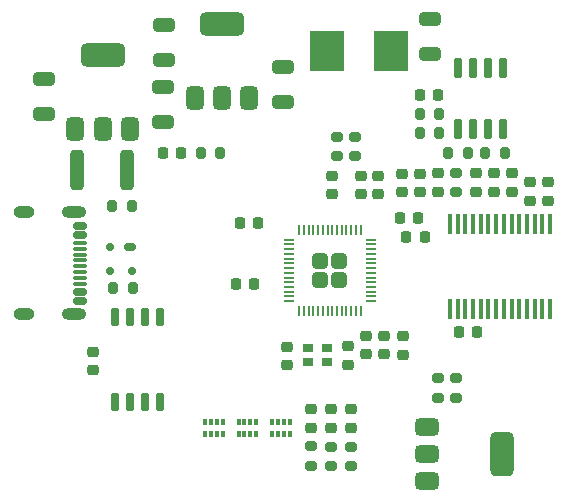
<source format=gbr>
%TF.GenerationSoftware,KiCad,Pcbnew,8.0.8-8.0.8-0~ubuntu22.04.1*%
%TF.CreationDate,2025-03-05T22:20:15+01:00*%
%TF.ProjectId,GLITCHING_FMAW,474c4954-4348-4494-9e47-5f464d41572e,rev?*%
%TF.SameCoordinates,Original*%
%TF.FileFunction,Paste,Top*%
%TF.FilePolarity,Positive*%
%FSLAX46Y46*%
G04 Gerber Fmt 4.6, Leading zero omitted, Abs format (unit mm)*
G04 Created by KiCad (PCBNEW 8.0.8-8.0.8-0~ubuntu22.04.1) date 2025-03-05 22:20:15*
%MOMM*%
%LPD*%
G01*
G04 APERTURE LIST*
G04 Aperture macros list*
%AMRoundRect*
0 Rectangle with rounded corners*
0 $1 Rounding radius*
0 $2 $3 $4 $5 $6 $7 $8 $9 X,Y pos of 4 corners*
0 Add a 4 corners polygon primitive as box body*
4,1,4,$2,$3,$4,$5,$6,$7,$8,$9,$2,$3,0*
0 Add four circle primitives for the rounded corners*
1,1,$1+$1,$2,$3*
1,1,$1+$1,$4,$5*
1,1,$1+$1,$6,$7*
1,1,$1+$1,$8,$9*
0 Add four rect primitives between the rounded corners*
20,1,$1+$1,$2,$3,$4,$5,0*
20,1,$1+$1,$4,$5,$6,$7,0*
20,1,$1+$1,$6,$7,$8,$9,0*
20,1,$1+$1,$8,$9,$2,$3,0*%
G04 Aperture macros list end*
%ADD10RoundRect,0.200000X-0.200000X-0.275000X0.200000X-0.275000X0.200000X0.275000X-0.200000X0.275000X0*%
%ADD11RoundRect,0.250000X0.650000X-0.325000X0.650000X0.325000X-0.650000X0.325000X-0.650000X-0.325000X0*%
%ADD12RoundRect,0.225000X0.250000X-0.225000X0.250000X0.225000X-0.250000X0.225000X-0.250000X-0.225000X0*%
%ADD13RoundRect,0.225000X-0.225000X-0.250000X0.225000X-0.250000X0.225000X0.250000X-0.225000X0.250000X0*%
%ADD14RoundRect,0.175000X-0.325000X0.175000X-0.325000X-0.175000X0.325000X-0.175000X0.325000X0.175000X0*%
%ADD15RoundRect,0.150000X-0.150000X0.200000X-0.150000X-0.200000X0.150000X-0.200000X0.150000X0.200000X0*%
%ADD16RoundRect,0.225000X-0.250000X0.225000X-0.250000X-0.225000X0.250000X-0.225000X0.250000X0.225000X0*%
%ADD17RoundRect,0.200000X0.275000X-0.200000X0.275000X0.200000X-0.275000X0.200000X-0.275000X-0.200000X0*%
%ADD18RoundRect,0.250000X-0.650000X0.325000X-0.650000X-0.325000X0.650000X-0.325000X0.650000X0.325000X0*%
%ADD19RoundRect,0.225000X0.225000X0.250000X-0.225000X0.250000X-0.225000X-0.250000X0.225000X-0.250000X0*%
%ADD20R,2.950000X3.500000*%
%ADD21R,0.320000X0.500000*%
%ADD22RoundRect,0.375000X0.375000X-0.625000X0.375000X0.625000X-0.375000X0.625000X-0.375000X-0.625000X0*%
%ADD23RoundRect,0.500000X1.400000X-0.500000X1.400000X0.500000X-1.400000X0.500000X-1.400000X-0.500000X0*%
%ADD24RoundRect,0.150000X0.150000X-0.650000X0.150000X0.650000X-0.150000X0.650000X-0.150000X-0.650000X0*%
%ADD25RoundRect,0.150000X0.150000X-0.725000X0.150000X0.725000X-0.150000X0.725000X-0.150000X-0.725000X0*%
%ADD26RoundRect,0.375000X-0.625000X-0.375000X0.625000X-0.375000X0.625000X0.375000X-0.625000X0.375000X0*%
%ADD27RoundRect,0.500000X-0.500000X-1.400000X0.500000X-1.400000X0.500000X1.400000X-0.500000X1.400000X0*%
%ADD28RoundRect,0.200000X0.200000X0.275000X-0.200000X0.275000X-0.200000X-0.275000X0.200000X-0.275000X0*%
%ADD29RoundRect,0.218750X0.218750X0.256250X-0.218750X0.256250X-0.218750X-0.256250X0.218750X-0.256250X0*%
%ADD30RoundRect,0.218750X0.256250X-0.218750X0.256250X0.218750X-0.256250X0.218750X-0.256250X-0.218750X0*%
%ADD31R,0.900000X0.800000*%
%ADD32R,0.450000X1.750000*%
%ADD33RoundRect,0.249999X-0.395001X-0.395001X0.395001X-0.395001X0.395001X0.395001X-0.395001X0.395001X0*%
%ADD34RoundRect,0.050000X-0.387500X-0.050000X0.387500X-0.050000X0.387500X0.050000X-0.387500X0.050000X0*%
%ADD35RoundRect,0.050000X-0.050000X-0.387500X0.050000X-0.387500X0.050000X0.387500X-0.050000X0.387500X0*%
%ADD36RoundRect,0.150000X-0.425000X0.150000X-0.425000X-0.150000X0.425000X-0.150000X0.425000X0.150000X0*%
%ADD37RoundRect,0.075000X-0.500000X0.075000X-0.500000X-0.075000X0.500000X-0.075000X0.500000X0.075000X0*%
%ADD38O,2.100000X1.000000*%
%ADD39O,1.800000X1.000000*%
%ADD40RoundRect,0.250000X-0.312500X-1.450000X0.312500X-1.450000X0.312500X1.450000X-0.312500X1.450000X0*%
G04 APERTURE END LIST*
D10*
%TO.C,R5*%
X66175000Y-34850000D03*
X67825000Y-34850000D03*
%TD*%
D11*
%TO.C,C5*%
X67050000Y-28125001D03*
X67050000Y-25174999D03*
%TD*%
D12*
%TO.C,C14*%
X72450000Y-39775000D03*
X72450000Y-38225000D03*
%TD*%
D13*
%TO.C,C21*%
X65050000Y-43600000D03*
X66600000Y-43600000D03*
%TD*%
D10*
%TO.C,R3*%
X68600000Y-36500000D03*
X70250000Y-36500000D03*
%TD*%
D14*
%TO.C,D4*%
X41650000Y-44480000D03*
D15*
X39950000Y-44480000D03*
X39950000Y-46480000D03*
X41850000Y-46480000D03*
%TD*%
D13*
%TO.C,C15*%
X69500000Y-51700000D03*
X71050000Y-51700000D03*
%TD*%
D16*
%TO.C,C17*%
X60120710Y-52895711D03*
X60120710Y-54445711D03*
%TD*%
D17*
%TO.C,R14*%
X58700000Y-63050000D03*
X58700000Y-61400000D03*
%TD*%
%TO.C,R13*%
X60400000Y-63050000D03*
X60400000Y-61400000D03*
%TD*%
D10*
%TO.C,R4*%
X71750000Y-36500000D03*
X73400000Y-36500000D03*
%TD*%
D18*
%TO.C,C4*%
X44500000Y-25650000D03*
X44500000Y-28600002D03*
%TD*%
D16*
%TO.C,C26*%
X61650000Y-52000000D03*
X61650000Y-53550000D03*
%TD*%
%TO.C,C20*%
X63200000Y-52000000D03*
X63200000Y-53550000D03*
%TD*%
D12*
%TO.C,C27*%
X61200000Y-40000000D03*
X61200000Y-38450000D03*
%TD*%
D19*
%TO.C,C25*%
X52175000Y-47600000D03*
X50625000Y-47600000D03*
%TD*%
D12*
%TO.C,C12*%
X77050000Y-40550000D03*
X77050000Y-39000000D03*
%TD*%
D11*
%TO.C,C3*%
X54575000Y-32225002D03*
X54575000Y-29275000D03*
%TD*%
D18*
%TO.C,C2*%
X34400000Y-30224999D03*
X34400000Y-33175001D03*
%TD*%
D20*
%TO.C,L1*%
X58350000Y-27875000D03*
X63800000Y-27875000D03*
%TD*%
D16*
%TO.C,C16*%
X38550000Y-53375000D03*
X38550000Y-54925000D03*
%TD*%
D21*
%TO.C,RN2*%
X52350000Y-59300001D03*
X51850000Y-59300000D03*
X51350000Y-59300000D03*
X50850000Y-59300001D03*
X50850000Y-60299999D03*
X51350000Y-60300000D03*
X51850000Y-60300000D03*
X52350000Y-60299999D03*
%TD*%
D11*
%TO.C,C1*%
X44475000Y-33895002D03*
X44475000Y-30945000D03*
%TD*%
D22*
%TO.C,U2*%
X47170000Y-31860001D03*
X49470000Y-31860000D03*
D23*
X49470000Y-25560002D03*
D22*
X51770000Y-31860001D03*
%TD*%
D24*
%TO.C,U5*%
X40395000Y-57600000D03*
X41665000Y-57600000D03*
X42935000Y-57600000D03*
X44205000Y-57600000D03*
X44205000Y-50400000D03*
X42935000Y-50400000D03*
X41665000Y-50400000D03*
X40395000Y-50400000D03*
%TD*%
D25*
%TO.C,U3*%
X69445002Y-34475000D03*
X70715001Y-34475000D03*
X71985001Y-34475000D03*
X73255000Y-34475000D03*
X73255000Y-29325000D03*
X71985001Y-29325000D03*
X70715001Y-29325000D03*
X69445002Y-29325000D03*
%TD*%
D17*
%TO.C,R8*%
X59200000Y-36800000D03*
X59200000Y-35150000D03*
%TD*%
D26*
%TO.C,Q2*%
X66850000Y-59700000D03*
X66850001Y-62000000D03*
D27*
X73149999Y-62000000D03*
D26*
X66850000Y-64300000D03*
%TD*%
D19*
%TO.C,C24*%
X52525000Y-42450000D03*
X50975000Y-42450000D03*
%TD*%
D17*
%TO.C,R10*%
X67700000Y-57250000D03*
X67700000Y-55600000D03*
%TD*%
D28*
%TO.C,R6*%
X67825000Y-33200000D03*
X66175000Y-33200000D03*
%TD*%
D16*
%TO.C,C18*%
X54970711Y-52920710D03*
X54970711Y-54470710D03*
%TD*%
D29*
%TO.C,D5*%
X46000000Y-36500000D03*
X44424998Y-36500000D03*
%TD*%
D12*
%TO.C,C22*%
X58800000Y-39975000D03*
X58800000Y-38425000D03*
%TD*%
D28*
%TO.C,R27*%
X49325000Y-36500000D03*
X47675000Y-36500000D03*
%TD*%
D30*
%TO.C,D2*%
X60400000Y-59800000D03*
X60400000Y-58224998D03*
%TD*%
D12*
%TO.C,C8*%
X66250000Y-39800000D03*
X66250000Y-38250000D03*
%TD*%
D17*
%TO.C,R9*%
X60725000Y-36800000D03*
X60725000Y-35150000D03*
%TD*%
D12*
%TO.C,C6*%
X67775000Y-39775000D03*
X67775000Y-38225000D03*
%TD*%
D28*
%TO.C,R1*%
X41825000Y-41000000D03*
X40175000Y-41000000D03*
%TD*%
D12*
%TO.C,C9*%
X64700000Y-39800000D03*
X64700000Y-38250000D03*
%TD*%
D31*
%TO.C,Y1*%
X58370711Y-52995710D03*
X56720711Y-52995710D03*
X56720711Y-54245710D03*
X58370711Y-54245710D03*
%TD*%
D16*
%TO.C,C19*%
X64750000Y-52025000D03*
X64750000Y-53575000D03*
%TD*%
D32*
%TO.C,U6*%
X68765000Y-49730000D03*
X69415000Y-49730000D03*
X70065000Y-49730000D03*
X70715000Y-49729999D03*
X71365000Y-49730000D03*
X72014999Y-49730000D03*
X72665000Y-49730000D03*
X73315000Y-49730000D03*
X73965001Y-49730000D03*
X74615000Y-49730000D03*
X75265000Y-49729999D03*
X75915000Y-49730000D03*
X76565000Y-49730000D03*
X77215000Y-49730000D03*
X77215000Y-42530000D03*
X76565000Y-42530000D03*
X75915000Y-42530000D03*
X75265000Y-42530001D03*
X74615000Y-42530000D03*
X73965001Y-42530000D03*
X73315000Y-42530000D03*
X72665000Y-42530000D03*
X72014999Y-42530000D03*
X71365000Y-42530000D03*
X70715000Y-42530001D03*
X70065000Y-42530000D03*
X69415000Y-42530000D03*
X68765000Y-42530000D03*
%TD*%
D19*
%TO.C,C7*%
X67750000Y-31600000D03*
X66200000Y-31600000D03*
%TD*%
D33*
%TO.C,U4*%
X57790000Y-45660000D03*
X57790000Y-47260000D03*
X59390000Y-45660000D03*
X59390000Y-47260000D03*
D34*
X55152500Y-43860000D03*
X55152500Y-44260001D03*
X55152500Y-44660000D03*
X55152500Y-45060000D03*
X55152500Y-45460000D03*
X55152500Y-45859999D03*
X55152500Y-46260000D03*
X55152500Y-46660000D03*
X55152500Y-47060001D03*
X55152500Y-47460000D03*
X55152500Y-47860000D03*
X55152500Y-48260000D03*
X55152500Y-48659999D03*
X55152500Y-49060000D03*
D35*
X55990000Y-49897500D03*
X56390001Y-49897500D03*
X56790000Y-49897500D03*
X57190000Y-49897500D03*
X57590000Y-49897500D03*
X57989999Y-49897500D03*
X58390000Y-49897500D03*
X58790000Y-49897500D03*
X59190001Y-49897500D03*
X59590000Y-49897500D03*
X59990000Y-49897500D03*
X60390000Y-49897500D03*
X60789999Y-49897500D03*
X61190000Y-49897500D03*
D34*
X62027500Y-49060000D03*
X62027500Y-48659999D03*
X62027500Y-48260000D03*
X62027500Y-47860000D03*
X62027500Y-47460000D03*
X62027500Y-47060001D03*
X62027500Y-46660000D03*
X62027500Y-46260000D03*
X62027500Y-45859999D03*
X62027500Y-45460000D03*
X62027500Y-45060000D03*
X62027500Y-44660000D03*
X62027500Y-44260001D03*
X62027500Y-43860000D03*
D35*
X61190000Y-43022500D03*
X60789999Y-43022500D03*
X60390000Y-43022500D03*
X59990000Y-43022500D03*
X59590000Y-43022500D03*
X59190001Y-43022500D03*
X58790000Y-43022500D03*
X58390000Y-43022500D03*
X57989999Y-43022500D03*
X57590000Y-43022500D03*
X57190000Y-43022500D03*
X56790000Y-43022500D03*
X56390001Y-43022500D03*
X55990000Y-43022500D03*
%TD*%
D12*
%TO.C,C28*%
X62700000Y-40000000D03*
X62700000Y-38450000D03*
%TD*%
D28*
%TO.C,R2*%
X41875000Y-47925000D03*
X40225000Y-47925000D03*
%TD*%
D21*
%TO.C,RN3*%
X55200000Y-59300002D03*
X54700000Y-59300001D03*
X54200000Y-59300001D03*
X53700000Y-59300002D03*
X53700000Y-60300000D03*
X54200000Y-60300001D03*
X54700000Y-60300001D03*
X55200000Y-60300000D03*
%TD*%
D12*
%TO.C,C11*%
X75500000Y-40550000D03*
X75500000Y-39000000D03*
%TD*%
D36*
%TO.C,J1*%
X37455000Y-42660000D03*
X37455000Y-43460000D03*
D37*
X37454999Y-44610000D03*
X37455000Y-45610000D03*
X37455000Y-46110000D03*
X37454999Y-47110000D03*
D36*
X37455000Y-48260000D03*
X37455000Y-49060000D03*
X37455000Y-49060000D03*
X37455000Y-48260000D03*
D37*
X37455000Y-47610000D03*
X37455000Y-46610000D03*
X37455000Y-45110000D03*
X37455000Y-44110000D03*
D36*
X37455000Y-43460000D03*
X37455000Y-42660000D03*
D38*
X36880000Y-41540000D03*
D39*
X32700000Y-41540000D03*
D38*
X36880000Y-50180000D03*
D39*
X32700000Y-50180000D03*
%TD*%
D17*
%TO.C,R12*%
X57000000Y-63000000D03*
X57000000Y-61350000D03*
%TD*%
D13*
%TO.C,C23*%
X64500000Y-42000000D03*
X66050000Y-42000000D03*
%TD*%
D30*
%TO.C,D3*%
X58700000Y-59800000D03*
X58700000Y-58224998D03*
%TD*%
D40*
%TO.C,F1*%
X37175000Y-37975000D03*
X41450000Y-37975000D03*
%TD*%
D12*
%TO.C,C13*%
X70925000Y-39775000D03*
X70925000Y-38225000D03*
%TD*%
D21*
%TO.C,RN1*%
X49500000Y-59300002D03*
X49000000Y-59300001D03*
X48500000Y-59300001D03*
X48000000Y-59300002D03*
X48000000Y-60300000D03*
X48500000Y-60300001D03*
X49000000Y-60300001D03*
X49500000Y-60300000D03*
%TD*%
D12*
%TO.C,C10*%
X73975000Y-39775000D03*
X73975000Y-38225000D03*
%TD*%
D22*
%TO.C,U1*%
X37042500Y-34515001D03*
X39342500Y-34515000D03*
D23*
X39342500Y-28215002D03*
D22*
X41642500Y-34515001D03*
%TD*%
D17*
%TO.C,R7*%
X69300000Y-39825000D03*
X69300000Y-38175000D03*
%TD*%
%TO.C,R11*%
X69250000Y-57250000D03*
X69250000Y-55600000D03*
%TD*%
D30*
%TO.C,D1*%
X57000000Y-59787501D03*
X57000000Y-58212499D03*
%TD*%
M02*

</source>
